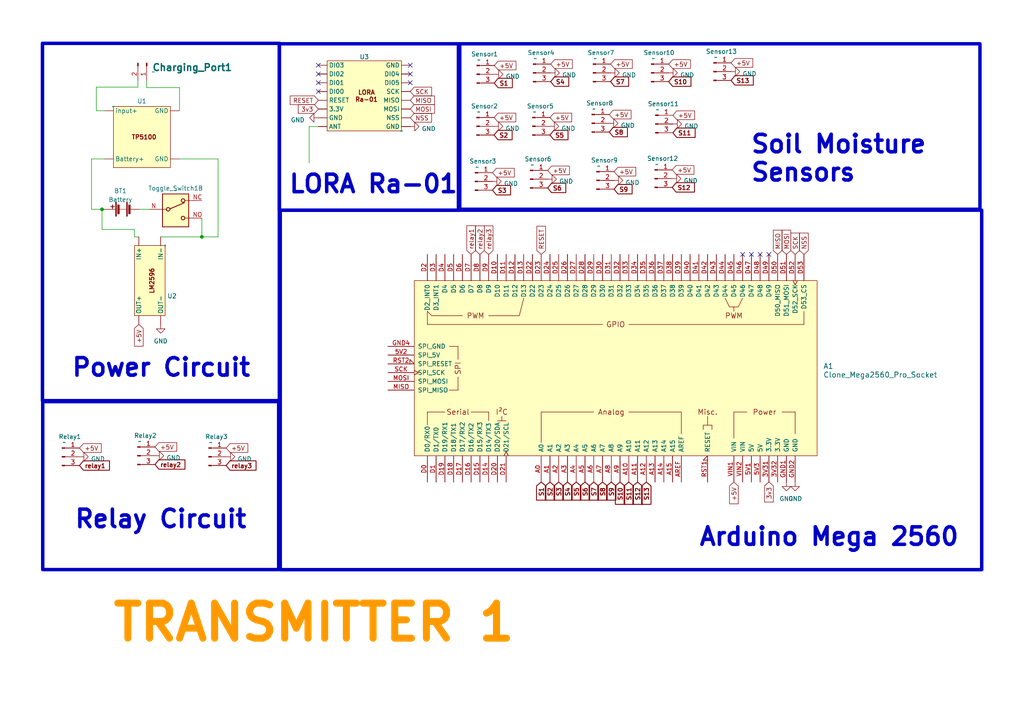
<source format=kicad_sch>
(kicad_sch (version 20230121) (generator eeschema)
  (paper "A4")
  (lib_symbols
    (symbol "Connector:Conn_01x02_Pin" (pin_names (offset 1.016) hide)
      (property "Reference" "J" (at 0 2.54 0))
      (property "Value" "Conn_01x02_Pin" (at 0 -5.08 0))
      (symbol "Conn_01x02_Pin_1_1"
        (polyline (pts (xy 1.27 -2.54) (xy 0.8636 -2.54)) (stroke (width 0.1524)))
        (polyline (pts (xy 1.27 0) (xy 0.8636 0)) (stroke (width 0.1524)))
        (rectangle (start 0.8636 -2.413) (end 0 -2.667) (stroke (width 0.1524)) (fill (type outline)))
        (rectangle (start 0.8636 0.127) (end 0 -0.127) (stroke (width 0.1524)) (fill (type outline)))
        (pin passive line (at 5.08 0 180) (length 3.81) (name "Pin_1") (number "1"))
        (pin passive line (at 5.08 -2.54 180) (length 3.81) (name "Pin_2") (number "2"))
      )
    )
    (symbol "Connector:Conn_01x03_Pin" (pin_names (offset 1.016) hide)
      (property "Reference" "J" (at 0 5.08 0))
      (property "Value" "Conn_01x03_Pin" (at 0 -5.08 0))
      (symbol "Conn_01x03_Pin_1_1"
        (polyline (pts (xy 1.27 -2.54) (xy 0.8636 -2.54)) (stroke (width 0.1524)))
        (polyline (pts (xy 1.27 0) (xy 0.8636 0)) (stroke (width 0.1524)))
        (polyline (pts (xy 1.27 2.54) (xy 0.8636 2.54)) (stroke (width 0.1524)))
        (rectangle (start 0.8636 -2.413) (end 0 -2.667) (stroke (width 0.1524)) (fill (type outline)))
        (rectangle (start 0.8636 0.127) (end 0 -0.127) (stroke (width 0.1524)) (fill (type outline)))
        (rectangle (start 0.8636 2.667) (end 0 2.413) (stroke (width 0.1524)) (fill (type outline)))
        (pin passive line (at 5.08 2.54 180) (length 3.81) (name "Pin_1") (number "1"))
        (pin passive line (at 5.08 0 180) (length 3.81) (name "Pin_2") (number "2"))
        (pin passive line (at 5.08 -2.54 180) (length 3.81) (name "Pin_3") (number "3"))
      )
    )
    (symbol "Connector_Audio:XLR3_Switched" (pin_names hide)
      (property "Reference" "J" (at 0 8.89 0))
      (property "Value" "XLR3_Switched" (at 0 6.35 0))
      (symbol "XLR3_Switched_1_1"
        (circle (center -3.556 0) (radius 1.016))
        (circle (center 0 -3.556) (radius 1.016))
        (polyline (pts (xy -5.08 0) (xy -4.572 0)))
        (polyline (pts (xy 0 -5.08) (xy 0 -4.572)))
        (polyline (pts (xy 5.08 0) (xy 4.572 0)))
        (circle (center 0 0) (radius 5.08) (fill (type background)))
        (circle (center 3.556 0) (radius 1.016))
        (text "1" (at -3.556 1.778 0) (effects (font (size 1.016 1.016) bold)))
        (text "2" (at 3.556 1.778 0) (effects (font (size 1.016 1.016) bold)))
        (text "3" (at 0 -1.778 0) (effects (font (size 1.016 1.016) bold)))
        (pin passive line (at -7.62 0 0) (length 2.54) (name "~") (number "1"))
        (pin passive line (at 7.62 0 180) (length 2.54) (name "~") (number "2"))
        (pin passive line (at 0 -7.62 90) (length 2.54) (name "~") (number "3"))
      )
      (symbol "XLR3_Switched_2_1"
        (rectangle (start -3.81 4.445) (end 3.81 -5.08) (stroke (width 0.254)) (fill (type background)))
        (circle (center -2.159 0) (radius 0.508) (stroke (width 0.254)))
        (polyline (pts (xy -5.08 0) (xy -2.794 0)))
        (polyline (pts (xy -1.651 0.127) (xy 2.54 1.905)) (stroke (width 0.254)))
        (polyline (pts (xy 5.08 -2.54) (xy 2.794 -2.54)))
        (polyline (pts (xy 5.08 2.54) (xy 2.794 2.54)))
        (circle (center 2.159 -2.54) (radius 0.508) (stroke (width 0.254)))
        (circle (center 2.159 2.54) (radius 0.508) (stroke (width 0.254)))
        (pin passive line (at -7.62 0 0) (length 2.54) (name "~") (number "N"))
        (pin passive line (at 7.62 2.54 180) (length 2.54) (name "~") (number "NC"))
        (pin passive line (at 7.62 -2.54 180) (length 2.54) (name "~") (number "NO"))
      )
    )
    (symbol "Device:Battery" (pin_numbers hide) (pin_names (offset 0) hide)
      (property "Reference" "BT" (at 2.54 2.54 0))
      (property "Value" "Battery" (at 2.54 0 0))
      (symbol "Battery_0_1"
        (rectangle (start -2.032 -1.397) (end 2.032 -1.651) (fill (type outline)))
        (rectangle (start -2.032 1.778) (end 2.032 1.524) (fill (type outline)))
        (rectangle (start -1.3208 -1.9812) (end 1.27 -2.4892) (fill (type outline)))
        (rectangle (start -1.3208 1.1938) (end 1.27 0.6858) (fill (type outline)))
        (polyline (pts (xy 0 -1.524) (xy 0 -1.27)))
        (polyline (pts (xy 0 -1.016) (xy 0 -0.762)))
        (polyline (pts (xy 0 -0.508) (xy 0 -0.254)))
        (polyline (pts (xy 0 0) (xy 0 0.254)))
        (polyline (pts (xy 0 0.508) (xy 0 0.762)))
        (polyline (pts (xy 0 1.778) (xy 0 2.54)))
        (polyline (pts (xy 0.254 2.667) (xy 1.27 2.667)) (stroke (width 0.254)))
        (polyline (pts (xy 0.762 3.175) (xy 0.762 2.159)) (stroke (width 0.254)))
      )
      (symbol "Battery_1_1"
        (pin passive line (at 0 5.08 270) (length 2.54) (name "+") (number "1"))
        (pin passive line (at 0 -5.08 90) (length 2.54) (name "-") (number "2"))
      )
    )
    (symbol "arduino-library:Clone_Mega2560_Pro_Socket" (pin_names (offset 1.016))
      (property "Reference" "A" (at 0 -62.23 0))
      (property "Value" "Clone_Mega2560_Pro_Socket" (at 0 -66.04 0))
      (symbol "Clone_Mega2560_Pro_Socket_0_0"
        (rectangle (start -25.4 -58.42) (end 25.4 58.42) (fill (type background)))
        (rectangle (start -20.32 -34.29) (end -12.7 -34.29))
        (rectangle (start -19.05 -52.07) (end -12.7 -52.07))
        (rectangle (start -19.05 -19.05) (end -12.7 -19.05))
        (rectangle (start -17.78 -27.94) (end -16.51 -27.94))
        (rectangle (start -17.78 -25.4) (end -16.51 -25.4))
        (rectangle (start -16.51 -26.67) (end -13.97 -26.67))
        (rectangle (start -16.51 -25.4) (end -16.51 -27.94))
        (rectangle (start -16.51 54.61) (end -12.7 54.61))
        (rectangle (start -15.24 33.02) (end -13.97 33.02))
        (rectangle (start -15.24 34.29) (end -15.24 31.75))
        (rectangle (start -15.24 36.83) (end -12.7 36.83))
        (rectangle (start -12.7 -48.26) (end -12.7 -52.07))
        (rectangle (start -12.7 -34.29) (end -12.7 -38.1))
        (rectangle (start -12.7 41.91) (end -12.7 36.83))
        (rectangle (start -12.7 49.53) (end -12.7 54.61))
        (rectangle (start -6.35 48.26) (end -6.35 45.72))
        (rectangle (start -2.54 45.72) (end -6.35 45.72))
        (polyline (pts (xy -21.59 21.59) (xy -12.7 21.59)))
        (polyline (pts (xy -12.7 -19.05) (xy -12.7 -3.81)))
        (polyline (pts (xy -12.7 6.35) (xy -12.7 21.59)))
        (polyline (pts (xy 12.7 -54.61) (xy 16.51 -54.61)))
        (polyline (pts (xy 12.7 54.61) (xy 16.51 54.61)))
        (polyline (pts (xy 17.78 -34.29) (xy 16.51 -34.29)))
        (polyline (pts (xy 15.24 36.83) (xy 15.24 27.94) (xy 20.32 26.67)))
        (polyline (pts (xy 15.24 44.45) (xy 15.24 53.34) (xy 16.51 54.61)))
        (polyline (pts (xy 20.32 -31.75) (xy 17.78 -33.02) (xy 17.78 -35.56) (xy 20.32 -36.83)))
        (rectangle (start 6.35 45.72) (end 2.54 45.72))
        (rectangle (start 6.35 48.26) (end 6.35 45.72))
        (text "Analog" (at -12.7 1.27 900) (effects (font (size 1.524 1.524))))
        (text "I²C" (at -12.7 33.02 900) (effects (font (size 1.524 1.524))))
        (text "Misc." (at -12.7 -26.67 900) (effects (font (size 1.524 1.524))))
        (text "Power" (at -12.7 -43.18 900) (effects (font (size 1.524 1.524))))
        (text "PWM" (at 15.24 -34.29 900) (effects (font (size 1.524 1.524))))
        (text "PWM" (at 15.24 40.64 900) (effects (font (size 1.524 1.524))))
        (text "Serial" (at -12.7 45.72 900) (effects (font (size 1.524 1.524))))
        (text "SPI" (at 0 45.72 0) (effects (font (size 1.524 1.524))))
      )
      (symbol "Clone_Mega2560_Pro_Socket_1_0"
        (rectangle (start 12.7 -54.61) (end 12.7 -3.81))
        (rectangle (start 12.7 54.61) (end 12.7 3.81))
        (text "GPIO" (at 12.7 0 900) (effects (font (size 1.524 1.524))))
      )
      (symbol "Clone_Mega2560_Pro_Socket_1_1"
        (pin power_out line (at -33.02 -44.45 0) (length 7.62) (name "3.3V") (number "3V31"))
        (pin power_out line (at -33.02 -46.99 0) (length 7.62) (name "3.3V") (number "3V32"))
        (pin power_in line (at -33.02 -39.37 0) (length 7.62) (name "5V") (number "5V1"))
        (pin power_in line (at 3.81 66.04 270) (length 7.62) (name "SPI_5V") (number "5V2"))
        (pin power_in line (at -33.02 -41.91 0) (length 7.62) (name "5V") (number "5V3"))
        (pin bidirectional line (at -33.02 21.59 0) (length 7.62) (name "A0") (number "A0"))
        (pin bidirectional line (at -33.02 19.05 0) (length 7.62) (name "A1") (number "A1"))
        (pin bidirectional line (at -33.02 -3.81 0) (length 7.62) (name "A10") (number "A10"))
        (pin bidirectional line (at -33.02 -6.35 0) (length 7.62) (name "A11") (number "A11"))
        (pin bidirectional line (at -33.02 -8.89 0) (length 7.62) (name "A12") (number "A12"))
        (pin bidirectional line (at -33.02 -11.43 0) (length 7.62) (name "A13") (number "A13"))
        (pin bidirectional line (at -33.02 -13.97 0) (length 7.62) (name "A14") (number "A14"))
        (pin bidirectional line (at -33.02 -16.51 0) (length 7.62) (name "A15") (number "A15"))
        (pin bidirectional line (at -33.02 16.51 0) (length 7.62) (name "A2") (number "A2"))
        (pin bidirectional line (at -33.02 13.97 0) (length 7.62) (name "A3") (number "A3"))
        (pin bidirectional line (at -33.02 11.43 0) (length 7.62) (name "A4") (number "A4"))
        (pin bidirectional line (at -33.02 8.89 0) (length 7.62) (name "A5") (number "A5"))
        (pin bidirectional line (at -33.02 6.35 0) (length 7.62) (name "A6") (number "A6"))
        (pin bidirectional line (at -33.02 3.81 0) (length 7.62) (name "A7") (number "A7"))
        (pin bidirectional line (at -33.02 1.27 0) (length 7.62) (name "A8") (number "A8"))
        (pin bidirectional line (at -33.02 -1.27 0) (length 7.62) (name "A9") (number "A9"))
        (pin input line (at -33.02 -19.05 0) (length 7.62) (name "AREF") (number "AREF"))
        (pin bidirectional line (at -33.02 54.61 0) (length 7.62) (name "D0/RX0") (number "D0"))
        (pin bidirectional line (at -33.02 52.07 0) (length 7.62) (name "D1/TX0") (number "D1"))
        (pin bidirectional line (at 33.02 34.29 180) (length 7.62) (name "D10") (number "D10"))
        (pin bidirectional line (at 33.02 31.75 180) (length 7.62) (name "D11") (number "D11"))
        (pin bidirectional line (at 33.02 29.21 180) (length 7.62) (name "D12") (number "D12"))
        (pin bidirectional line (at 33.02 26.67 180) (length 7.62) (name "D13") (number "D13"))
        (pin bidirectional line (at -33.02 36.83 0) (length 7.62) (name "D14/TX3") (number "D14"))
        (pin bidirectional line (at -33.02 39.37 0) (length 7.62) (name "D15/RX3") (number "D15"))
        (pin bidirectional line (at -33.02 41.91 0) (length 7.62) (name "D16/TX2") (number "D16"))
        (pin bidirectional line (at -33.02 44.45 0) (length 7.62) (name "D17/RX2") (number "D17"))
        (pin bidirectional line (at -33.02 46.99 0) (length 7.62) (name "D18/TX1") (number "D18"))
        (pin bidirectional line (at -33.02 49.53 0) (length 7.62) (name "D19/RX1") (number "D19"))
        (pin bidirectional line (at 33.02 54.61 180) (length 7.62) (name "D2_INT0") (number "D2"))
        (pin bidirectional line (at -33.02 34.29 0) (length 7.62) (name "D20/SDA") (number "D20"))
        (pin bidirectional clock (at -33.02 31.75 0) (length 7.62) (name "D21/SCL") (number "D21"))
        (pin bidirectional line (at 33.02 24.13 180) (length 7.62) (name "D22") (number "D22"))
        (pin bidirectional line (at 33.02 21.59 180) (length 7.62) (name "D23") (number "D23"))
        (pin bidirectional line (at 33.02 19.05 180) (length 7.62) (name "D24") (number "D24"))
        (pin bidirectional line (at 33.02 16.51 180) (length 7.62) (name "D25") (number "D25"))
        (pin bidirectional line (at 33.02 13.97 180) (length 7.62) (name "D26") (number "D26"))
        (pin bidirectional line (at 33.02 11.43 180) (length 7.62) (name "D27") (number "D27"))
        (pin bidirectional line (at 33.02 8.89 180) (length 7.62) (name "D28") (number "D28"))
        (pin bidirectional line (at 33.02 6.35 180) (length 7.62) (name "D29") (number "D29"))
        (pin bidirectional line (at 33.02 52.07 180) (length 7.62) (name "D3_INT1") (number "D3"))
        (pin bidirectional line (at 33.02 3.81 180) (length 7.62) (name "D30") (number "D30"))
        (pin bidirectional line (at 33.02 1.27 180) (length 7.62) (name "D31") (number "D31"))
        (pin bidirectional line (at 33.02 -1.27 180) (length 7.62) (name "D32") (number "D32"))
        (pin bidirectional line (at 33.02 -3.81 180) (length 7.62) (name "D33") (number "D33"))
        (pin bidirectional line (at 33.02 -6.35 180) (length 7.62) (name "D34") (number "D34"))
        (pin bidirectional line (at 33.02 -8.89 180) (length 7.62) (name "D35") (number "D35"))
        (pin bidirectional line (at 33.02 -11.43 180) (length 7.62) (name "D36") (number "D36"))
        (pin bidirectional line (at 33.02 -13.97 180) (length 7.62) (name "D37") (number "D37"))
        (pin bidirectional line (at 33.02 -16.51 180) (length 7.62) (name "D38") (number "D38"))
        (pin bidirectional line (at 33.02 -19.05 180) (length 7.62) (name "D39") (number "D39"))
        (pin bidirectional line (at 33.02 49.53 180) (length 7.62) (name "D4") (number "D4"))
        (pin bidirectional line (at 33.02 -21.59 180) (length 7.62) (name "D40") (number "D40"))
        (pin bidirectional line (at 33.02 -24.13 180) (length 7.62) (name "D41") (number "D41"))
        (pin bidirectional line (at 33.02 -26.67 180) (length 7.62) (name "D42") (number "D42"))
        (pin bidirectional line (at 33.02 -29.21 180) (length 7.62) (name "D43") (number "D43"))
        (pin bidirectional line (at 33.02 -31.75 180) (length 7.62) (name "D44") (number "D44"))
        (pin bidirectional line (at 33.02 -34.29 180) (length 7.62) (name "D45") (number "D45"))
        (pin bidirectional line (at 33.02 -36.83 180) (length 7.62) (name "D46") (number "D46"))
        (pin bidirectional line (at 33.02 -39.37 180) (length 7.62) (name "D47") (number "D47"))
        (pin bidirectional line (at 33.02 -41.91 180) (length 7.62) (name "D48") (number "D48"))
        (pin bidirectional line (at 33.02 -44.45 180) (length 7.62) (name "D49") (number "D49"))
        (pin bidirectional line (at 33.02 46.99 180) (length 7.62) (name "D5") (number "D5"))
        (pin bidirectional line (at 33.02 -46.99 180) (length 7.62) (name "D50_MISO") (number "D50"))
        (pin bidirectional line (at 33.02 -49.53 180) (length 7.62) (name "D51_MOSI") (number "D51"))
        (pin bidirectional clock (at 33.02 -52.07 180) (length 7.62) (name "D52_SCK") (number "D52"))
        (pin bidirectional line (at 33.02 -54.61 180) (length 7.62) (name "D53_CS") (number "D53"))
        (pin bidirectional line (at 33.02 44.45 180) (length 7.62) (name "D6") (number "D6"))
        (pin bidirectional line (at 33.02 41.91 180) (length 7.62) (name "D7") (number "D7"))
        (pin bidirectional line (at 33.02 39.37 180) (length 7.62) (name "D8") (number "D8"))
        (pin bidirectional line (at 33.02 36.83 180) (length 7.62) (name "D9") (number "D9"))
        (pin power_in line (at -33.02 -49.53 0) (length 7.62) (name "GND") (number "GND1"))
        (pin power_in line (at -33.02 -52.07 0) (length 7.62) (name "GND") (number "GND2"))
        (pin power_in line (at 6.35 66.04 270) (length 7.62) (name "SPI_GND") (number "GND4"))
        (pin input line (at -6.35 66.04 270) (length 7.62) (name "SPI_MISO") (number "MISO"))
        (pin output line (at -3.81 66.04 270) (length 7.62) (name "SPI_MOSI") (number "MOSI"))
        (pin open_collector input_low (at -33.02 -26.67 0) (length 7.62) (name "RESET") (number "RST1"))
        (pin open_collector input_low (at 1.27 66.04 270) (length 7.62) (name "SPI_RESET") (number "RST2"))
        (pin output clock (at -1.27 66.04 270) (length 7.62) (name "SPI_SCK") (number "SCK"))
        (pin power_in line (at -33.02 -34.29 0) (length 7.62) (name "VIN") (number "VIN1"))
        (pin power_in line (at -33.02 -36.83 0) (length 7.62) (name "VIN") (number "VIN2"))
      )
    )
    (symbol "buck_converter1:lm2596"
      (property "Reference" "U" (at 0 0 0))
      (symbol "lm2596_1_1"
        (rectangle (start 0 0) (end 20.32 -8.89) (fill (type background)))
        (text "LM2596" (at 10.16 -3.81 0) (effects (font (size 1.27 1.27) bold)))
        (pin input line (at -2.54 -7.62 0) (length 2.54) (name "IN+") (number ""))
        (pin input line (at -2.54 -1.27 0) (length 2.54) (name "IN-") (number ""))
        (pin input line (at 22.86 -7.62 180) (length 2.54) (name "OUT+") (number ""))
        (pin input line (at 22.86 -1.27 180) (length 2.54) (name "OUT-") (number ""))
      )
    )
    (symbol "li-ion_charger_module:2_cell_charger"
      (property "Reference" "U" (at 0 0 0))
      (symbol "2_cell_charger_1_1"
        (rectangle (start 0 0) (end 16.51 -17.78) (fill (type background)))
        (text "TP5100" (at 8.89 -8.89 0) (effects (font (size 1.27 1.27) bold)))
        (pin input line (at -2.54 -15.24 0) (length 2.54) (name "Battery+") (number ""))
        (pin input line (at 19.05 -15.24 180) (length 2.54) (name "GND") (number ""))
        (pin input line (at 19.05 -1.27 180) (length 2.54) (name "GND") (number ""))
        (pin input line (at -2.54 -1.27 0) (length 2.54) (name "input+") (number ""))
      )
    )
    (symbol "lora_ra01:lora_ra01"
      (property "Reference" "U" (at 0 0 0))
      (symbol "lora_ra01_1_1"
        (rectangle (start 0 0) (end 21.59 -20.32) (fill (type background)))
        (text "LORA\nRa-01" (at 10.16 -10.16 0) (effects (font (size 1.27 1.27) bold)))
        (pin input line (at 24.13 -6.35 180) (length 2.54) (name "3.3V") (number ""))
        (pin input line (at 24.13 -1.27 180) (length 2.54) (name "ANT") (number ""))
        (pin input line (at 24.13 -11.43 180) (length 2.54) (name "DI00") (number ""))
        (pin input line (at 24.13 -13.97 180) (length 2.54) (name "DI01") (number ""))
        (pin input line (at 24.13 -16.51 180) (length 2.54) (name "DI02") (number ""))
        (pin input line (at 24.13 -19.05 180) (length 2.54) (name "DI03") (number ""))
        (pin input line (at -2.54 -16.51 0) (length 2.54) (name "DI04") (number ""))
        (pin input line (at -2.54 -13.97 0) (length 2.54) (name "DI05") (number ""))
        (pin input line (at -2.54 -19.05 0) (length 2.54) (name "GND") (number ""))
        (pin input line (at -2.54 -1.27 0) (length 2.54) (name "GND") (number ""))
        (pin input line (at 24.13 -3.81 180) (length 2.54) (name "GND") (number ""))
        (pin input line (at -2.54 -8.89 0) (length 2.54) (name "MISO") (number ""))
        (pin input line (at -2.54 -6.35 0) (length 2.54) (name "MOSI") (number ""))
        (pin input line (at -2.54 -3.81 0) (length 2.54) (name "NSS") (number ""))
        (pin input line (at 24.13 -8.89 180) (length 2.54) (name "RESET") (number ""))
        (pin input line (at -2.54 -11.43 0) (length 2.54) (name "SCK") (number ""))
      )
    )
    (symbol "power:GND" (power) (pin_names (offset 0))
      (property "Value" "GND" (at 0 -3.81 0))
      (symbol "GND_0_1"
        (polyline (pts (xy 0 0) (xy 0 -1.27) (xy 1.27 -1.27) (xy 0 -2.54) (xy -1.27 -1.27) (xy 0 -1.27)))
      )
      (symbol "GND_1_1"
        (pin power_in line (at 0 0 270) (length 0) hide (name "GND") (number "1"))
      )
    )
  )
  (junction (at 29.591 60.706))
  (junction (at 58.547 68.707))
  (no_connect (at 215.392 73.787))
  (no_connect (at 92.329 24.003))
  (no_connect (at 220.472 73.787))
  (no_connect (at 92.329 21.463))
  (no_connect (at 118.999 18.923))
  (no_connect (at 223.012 73.787))
  (no_connect (at 118.999 21.463))
  (no_connect (at 92.329 18.923))
  (no_connect (at 217.932 73.787))
  (no_connect (at 118.999 24.003))
  (no_connect (at 92.329 26.543))
  (wire (pts (xy 27.94 32.131) (xy 27.94 25.273)))
  (wire (pts (xy 63.246 46.101) (xy 63.246 68.707)))
  (wire (pts (xy 26.543 46.101) (xy 30.353 46.101)))
  (wire (pts (xy 42.545 25.4) (xy 52.07 25.4)))
  (wire (pts (xy 30.353 32.131) (xy 27.94 32.131)))
  (wire (pts (xy 58.547 68.707) (xy 63.246 68.707)))
  (wire (pts (xy 52.07 32.131) (xy 51.943 32.131)))
  (wire (pts (xy 51.943 46.101) (xy 63.246 46.101)))
  (wire (pts (xy 38.989 68.707) (xy 38.989 66.548)))
  (wire (pts (xy 29.591 66.548) (xy 29.591 60.706)))
  (wire (pts (xy 40.005 25.273) (xy 40.005 23.368)))
  (wire (pts (xy 27.94 25.273) (xy 40.005 25.273)))
  (wire (pts (xy 52.07 25.4) (xy 52.07 32.131)))
  (wire (pts (xy 30.226 60.706) (xy 29.591 60.706)))
  (wire (pts (xy 89.662 36.703) (xy 92.329 36.703)))
  (wire (pts (xy 42.545 23.368) (xy 42.545 25.4)))
  (wire (pts (xy 89.662 36.703) (xy 89.662 47.244)))
  (wire (pts (xy 26.543 60.706) (xy 26.543 46.101)))
  (wire (pts (xy 58.547 68.707) (xy 58.547 63.246)))
  (wire (pts (xy 29.591 60.706) (xy 26.543 60.706)))
  (wire (pts (xy 46.609 68.707) (xy 58.547 68.707)))
  (wire (pts (xy 38.989 68.707) (xy 40.259 68.707)))
  (wire (pts (xy 38.989 66.548) (xy 29.591 66.548)))
  (wire (pts (xy 40.386 60.706) (xy 43.307 60.706)))
  (rectangle (start 12.3952 116.4844) (end 80.8228 165.2016) (stroke (width 1)))
  (rectangle (start 133.35 12.7) (end 284.226 60.706) (stroke (width 1)))
  (rectangle (start 12.319 12.573) (end 81.026 116.205) (stroke (width 1) (color 0 0 194 1)))
  (rectangle (start 81.026 12.7) (end 132.969 60.96) (stroke (width 1)))
  (rectangle (start 81.28 60.96) (end 284.734 165.227) (stroke (width 1)))
  (text "Arduino Mega 2560" (at 202.438 158.8008 0) (effects (font (size 5.08 5.08) bold) (justify left bottom)))
  (text "Relay Circuit" (at 21.2852 153.67 0) (effects (font (size 5.08 5.08) bold) (justify left bottom)))
  (text "LORA Ra-01\n" (at 83.439 56.515 0) (effects (font (size 5.08 5.08) bold) (justify left bottom)))
  (text "Power Circuit" (at 20.447 109.728 0) (effects (font (size 5.08 5.08) bold) (justify left bottom)))
  (text "TRANSMITTER 1" (at 31.877 186.69 0) (effects (font (size 10.16 10.16) bold) (justify left bottom)))
  (text "Soil Moisture \nSensors\n" (at 217.424 53.1368 0) (effects (font (size 5.08 5.08) bold) (justify left bottom)))
  (global_label "S11" (shape input) (at 182.372 139.827 270) (effects (font (thickness 0.254) bold)) (property "Intersheetrefs" "${INTERSHEET_REFS}" (effects hide)))
  (global_label "S4" (shape input) (at 164.592 139.827 270) (effects (font (thickness 0.254) bold)) (property "Intersheetrefs" "${INTERSHEET_REFS}" (effects hide)))
  (global_label "relay2" (shape input) (at 139.192 73.8124 90) (property "Intersheetrefs" "${INTERSHEET_REFS}" (effects hide)))
  (global_label "S9" (shape input) (at 178.1048 54.864 0) (effects (font (thickness 0.254) bold)) (property "Intersheetrefs" "${INTERSHEET_REFS}" (effects hide)))
  (global_label "+5V" (shape input) (at 143.3576 18.9992 0) (property "Intersheetrefs" "${INTERSHEET_REFS}" (effects hide)))
  (global_label "relay2" (shape input) (at 44.958 134.7216 0) (effects (font (thickness 0.254) bold)) (property "Intersheetrefs" "${INTERSHEET_REFS}" (effects hide)))
  (global_label "S12" (shape input) (at 184.912 139.827 270) (effects (font (thickness 0.254) bold)) (property "Intersheetrefs" "${INTERSHEET_REFS}" (effects hide)))
  (global_label "RESET" (shape input) (at 92.329 29.083 180) (property "Intersheetrefs" "${INTERSHEET_REFS}" (effects hide)))
  (global_label "MOSI" (shape input) (at 228.092 73.787 90) (property "Intersheetrefs" "${INTERSHEET_REFS}" (effects hide)))
  (global_label "+5V" (shape input) (at 23.0632 129.9464 0) (property "Intersheetrefs" "${INTERSHEET_REFS}" (effects hide)))
  (global_label "S11" (shape input) (at 195.1736 38.5064 0) (effects (font (thickness 0.254) bold)) (property "Intersheetrefs" "${INTERSHEET_REFS}" (effects hide)))
  (global_label "S3" (shape input) (at 162.052 139.827 270) (effects (font (thickness 0.254) bold)) (property "Intersheetrefs" "${INTERSHEET_REFS}" (effects hide)))
  (global_label "NSS" (shape input) (at 118.999 34.163 0) (property "Intersheetrefs" "${INTERSHEET_REFS}" (effects hide)))
  (global_label "SCK" (shape input) (at 230.632 73.787 90) (property "Intersheetrefs" "${INTERSHEET_REFS}" (effects hide)))
  (global_label "S1" (shape input) (at 143.3576 24.0792 0) (effects (font (thickness 0.254) bold)) (property "Intersheetrefs" "${INTERSHEET_REFS}" (effects hide)))
  (global_label "S13" (shape input) (at 212.0392 23.3172 0) (effects (font (thickness 0.254) bold)) (property "Intersheetrefs" "${INTERSHEET_REFS}" (effects hide)))
  (global_label "+5V" (shape input) (at 44.958 129.6416 0) (property "Intersheetrefs" "${INTERSHEET_REFS}" (effects hide)))
  (global_label "S10" (shape input) (at 179.832 139.827 270) (effects (font (thickness 0.254) bold)) (property "Intersheetrefs" "${INTERSHEET_REFS}" (effects hide)))
  (global_label "+5V" (shape input) (at 177.0888 18.5928 0) (property "Intersheetrefs" "${INTERSHEET_REFS}" (effects hide)))
  (global_label "SCK" (shape input) (at 118.999 26.543 0) (property "Intersheetrefs" "${INTERSHEET_REFS}" (effects hide)))
  (global_label "S2" (shape input) (at 143.3068 39.1668 0) (effects (font (thickness 0.254) bold)) (property "Intersheetrefs" "${INTERSHEET_REFS}" (effects hide)))
  (global_label "+5V" (shape input) (at 65.5828 129.9464 0) (property "Intersheetrefs" "${INTERSHEET_REFS}" (effects hide)))
  (global_label "S6" (shape input) (at 169.672 139.827 270) (effects (font (thickness 0.254) bold)) (property "Intersheetrefs" "${INTERSHEET_REFS}" (effects hide)))
  (global_label "S4" (shape input) (at 159.7152 23.6728 0) (effects (font (thickness 0.254) bold)) (property "Intersheetrefs" "${INTERSHEET_REFS}" (effects hide)))
  (global_label "+5V" (shape input) (at 40.259 94.107 270) (property "Intersheetrefs" "${INTERSHEET_REFS}" (effects hide)))
  (global_label "S5" (shape input) (at 167.132 139.827 270) (effects (font (thickness 0.254) bold)) (property "Intersheetrefs" "${INTERSHEET_REFS}" (effects hide)))
  (global_label "relay3" (shape input) (at 141.732 73.8124 90) (property "Intersheetrefs" "${INTERSHEET_REFS}" (effects hide)))
  (global_label "+5V" (shape input) (at 159.7152 18.5928 0) (property "Intersheetrefs" "${INTERSHEET_REFS}" (effects hide)))
  (global_label "RESET" (shape input) (at 156.972 73.787 90) (property "Intersheetrefs" "${INTERSHEET_REFS}" (effects hide)))
  (global_label "3v3" (shape input) (at 223.012 139.8016 270) (property "Intersheetrefs" "${INTERSHEET_REFS}" (effects hide)))
  (global_label "+5V" (shape input) (at 194.9704 49.276 0) (property "Intersheetrefs" "${INTERSHEET_REFS}" (effects hide)))
  (global_label "S13" (shape input) (at 187.452 139.827 270) (effects (font (thickness 0.254) bold)) (property "Intersheetrefs" "${INTERSHEET_REFS}" (effects hide)))
  (global_label "+5V" (shape input) (at 143.3068 34.0868 0) (property "Intersheetrefs" "${INTERSHEET_REFS}" (effects hide)))
  (global_label "+5V" (shape input) (at 212.0392 18.2372 0) (property "Intersheetrefs" "${INTERSHEET_REFS}" (effects hide)))
  (global_label "+5V" (shape input) (at 212.852 139.827 270) (property "Intersheetrefs" "${INTERSHEET_REFS}" (effects hide)))
  (global_label "S9" (shape input) (at 177.292 139.827 270) (effects (font (thickness 0.254) bold)) (property "Intersheetrefs" "${INTERSHEET_REFS}" (effects hide)))
  (global_label "+5V" (shape input) (at 176.7332 33.2232 0) (property "Intersheetrefs" "${INTERSHEET_REFS}" (effects hide)))
  (global_label "+5V" (shape input) (at 142.8496 50.0888 0) (property "Intersheetrefs" "${INTERSHEET_REFS}" (effects hide)))
  (global_label "+5V" (shape input) (at 178.1048 49.784 0) (property "Intersheetrefs" "${INTERSHEET_REFS}" (effects hide)))
  (global_label "MISO" (shape input) (at 118.999 29.083 0) (property "Intersheetrefs" "${INTERSHEET_REFS}" (effects hide)))
  (global_label "+5V" (shape input) (at 158.8516 49.4284 0) (property "Intersheetrefs" "${INTERSHEET_REFS}" (effects hide)))
  (global_label "3v3" (shape input) (at 92.329 31.623 180) (property "Intersheetrefs" "${INTERSHEET_REFS}" (effects hide)))
  (global_label "S1" (shape input) (at 156.972 139.827 270) (effects (font (thickness 0.254) bold)) (property "Intersheetrefs" "${INTERSHEET_REFS}" (effects hide)))
  (global_label "S8" (shape input) (at 174.752 139.827 270) (effects (font (thickness 0.254) bold)) (property "Intersheetrefs" "${INTERSHEET_REFS}" (effects hide)))
  (global_label "S8" (shape input) (at 176.7332 38.3032 0) (effects (font (thickness 0.254) bold)) (property "Intersheetrefs" "${INTERSHEET_REFS}" (effects hide)))
  (global_label "relay3" (shape input) (at 65.5828 135.0264 0) (effects (font (thickness 0.254) bold)) (property "Intersheetrefs" "${INTERSHEET_REFS}" (effects hide)))
  (global_label "S7" (shape input) (at 172.212 139.827 270) (effects (font (thickness 0.254) bold)) (property "Intersheetrefs" "${INTERSHEET_REFS}" (effects hide)))
  (global_label "S5" (shape input) (at 159.512 39.1668 0) (effects (font (thickness 0.254) bold)) (property "Intersheetrefs" "${INTERSHEET_REFS}" (effects hide)))
  (global_label "S2" (shape input) (at 159.512 139.827 270) (effects (font (thickness 0.254) bold)) (property "Intersheetrefs" "${INTERSHEET_REFS}" (effects hide)))
  (global_label "S10" (shape input) (at 193.9544 23.6728 0) (effects (font (thickness 0.254) bold)) (property "Intersheetrefs" "${INTERSHEET_REFS}" (effects hide)))
  (global_label "S6" (shape input) (at 158.8516 54.5084 0) (effects (font (thickness 0.254) bold)) (property "Intersheetrefs" "${INTERSHEET_REFS}" (effects hide)))
  (global_label "NSS" (shape input) (at 233.172 73.787 90) (property "Intersheetrefs" "${INTERSHEET_REFS}" (effects hide)))
  (global_label "relay1" (shape input) (at 136.652 73.7616 90) (property "Intersheetrefs" "${INTERSHEET_REFS}" (effects hide)))
  (global_label "S7" (shape input) (at 177.0888 23.6728 0) (effects (font (thickness 0.254) bold)) (property "Intersheetrefs" "${INTERSHEET_REFS}" (effects hide)))
  (global_label "S12" (shape input) (at 194.9704 54.356 0) (effects (font (thickness 0.254) bold)) (property "Intersheetrefs" "${INTERSHEET_REFS}" (effects hide)))
  (global_label "+5V" (shape input) (at 159.512 34.0868 0) (property "Intersheetrefs" "${INTERSHEET_REFS}" (effects hide)))
  (global_label "S3" (shape input) (at 142.8496 55.1688 0) (effects (font (thickness 0.254) bold)) (property "Intersheetrefs" "${INTERSHEET_REFS}" (effects hide)))
  (global_label "MOSI" (shape input) (at 118.999 31.623 0) (property "Intersheetrefs" "${INTERSHEET_REFS}" (effects hide)))
  (global_label "MISO" (shape input) (at 225.552 73.787 90) (property "Intersheetrefs" "${INTERSHEET_REFS}" (effects hide)))
  (global_label "+5V" (shape input) (at 193.9544 18.5928 0) (property "Intersheetrefs" "${INTERSHEET_REFS}" (effects hide)))
  (global_label "relay1" (shape input) (at 23.0632 135.0264 0) (effects (font (thickness 0.254) bold)) (property "Intersheetrefs" "${INTERSHEET_REFS}" (effects hide)))
  (global_label "+5V" (shape input) (at 195.1736 33.4264 0) (property "Intersheetrefs" "${INTERSHEET_REFS}" (effects hide)))
  (symbol (lib_id "power:GND") (at 142.8496 52.6288 90) (unit 1)
    (property "Reference" "#PWR08" (effects hide))
    (property "Value" "GND" (at 146.1516 53.2638 90) (effects (justify right)))
  )
  (symbol (lib_id "power:GND") (at 158.8516 51.9684 90) (unit 1)
    (property "Reference" "#PWR011" (effects hide))
    (property "Value" "GND" (at 162.1536 52.6034 90) (effects (justify right)))
  )
  (symbol (lib_id "power:GND") (at 143.3068 36.6268 90) (unit 1)
    (property "Reference" "#PWR07" (effects hide))
    (property "Value" "GND" (at 146.6088 37.2618 90) (effects (justify right)))
  )
  (symbol (lib_id "Connector:Conn_01x03_Pin") (at 173.0248 52.324 0) (unit 1)
    (property "Reference" "Sensor9" (at 175.3108 46.482 0))
    (property "Value" "~" (at 173.6598 48.1584 0))
  )
  (symbol (lib_id "power:GND") (at 46.609 94.107 0) (unit 1)
    (property "Reference" "#PWR01" (effects hide))
    (property "Value" "GND" (at 46.609 98.933 0))
  )
  (symbol (lib_id "power:GND") (at 143.3576 21.5392 90) (unit 1)
    (property "Reference" "#PWR06" (effects hide))
    (property "Value" "GND" (at 146.6596 22.1742 90) (effects (justify right)))
  )
  (symbol (lib_id "Connector:Conn_01x03_Pin") (at 39.878 132.1816 0) (unit 1)
    (property "Reference" "Relay2" (at 42.164 126.3396 0))
    (property "Value" "~" (at 40.513 128.016 0))
  )
  (symbol (lib_id "Connector:Conn_01x03_Pin") (at 138.2268 36.6268 0) (unit 1)
    (property "Reference" "Sensor2" (at 140.5128 30.7848 0))
    (property "Value" "~" (at 138.8618 32.4612 0))
  )
  (symbol (lib_id "Connector:Conn_01x03_Pin") (at 138.2776 21.5392 0) (unit 1)
    (property "Reference" "Sensor1" (at 140.5636 15.6972 0))
    (property "Value" "~" (at 138.9126 17.3736 0))
  )
  (symbol (lib_id "power:GND") (at 194.9704 51.816 90) (unit 1)
    (property "Reference" "#PWR017" (effects hide))
    (property "Value" "GND" (at 198.2724 52.451 90) (effects (justify right)))
  )
  (symbol (lib_id "Connector:Conn_01x03_Pin") (at 60.5028 132.4864 0) (unit 1)
    (property "Reference" "Relay3" (at 62.7888 126.6444 0))
    (property "Value" "~" (at 61.1378 128.3208 0))
  )
  (symbol (lib_id "power:GND") (at 177.0888 21.1328 90) (unit 1)
    (property "Reference" "#PWR012" (effects hide))
    (property "Value" "GND" (at 180.3908 21.7678 90) (effects (justify right)))
  )
  (symbol (lib_id "power:GND") (at 92.329 34.163 270) (unit 1)
    (property "Reference" "#PWR02" (effects hide))
    (property "Value" "GND" (at 88.392 34.798 90) (effects (justify right)))
  )
  (symbol (lib_id "Connector:Conn_01x03_Pin") (at 154.6352 21.1328 0) (unit 1)
    (property "Reference" "Sensor4" (at 156.9212 15.2908 0))
    (property "Value" "~" (at 155.2702 16.9672 0))
  )
  (symbol (lib_id "power:GND") (at 159.7152 21.1328 90) (unit 1)
    (property "Reference" "#PWR09" (effects hide))
    (property "Value" "GND" (at 163.0172 21.7678 90) (effects (justify right)))
  )
  (symbol (lib_id "power:GND") (at 118.999 36.703 90) (unit 1)
    (property "Reference" "#PWR05" (effects hide))
    (property "Value" "GND" (at 122.301 37.338 90) (effects (justify right)))
  )
  (symbol (lib_id "power:GND") (at 23.0632 132.4864 90) (unit 1)
    (property "Reference" "#PWR019" (effects hide))
    (property "Value" "GND" (at 26.3652 133.1214 90) (effects (justify right)))
  )
  (symbol (lib_id "power:GND") (at 230.632 139.827 0) (unit 1)
    (property "Reference" "#PWR04" (effects hide))
    (property "Value" "GND" (at 230.632 144.653 0))
  )
  (symbol (lib_id "power:GND") (at 195.1736 35.9664 90) (unit 1)
    (property "Reference" "#PWR016" (effects hide))
    (property "Value" "GND" (at 198.4756 36.6014 90) (effects (justify right)))
  )
  (symbol (lib_id "arduino-library:Clone_Mega2560_Pro_Socket") (at 178.562 106.807 90) (unit 1)
    (property "Reference" "A1" (at 238.76 106.172 90) (effects (font (size 1.524 1.524)) (justify right)))
    (property "Value" "Clone_Mega2560_Pro_Socket" (at 238.76 108.712 90) (effects (font (size 1.524 1.524)) (justify right)))
    (property "Footprint" "PCM_arduino-library:Clone_Mega2560_Pro_Socket" (effects hide))
    (property "Datasheet" "https://www.pcboard.ca/mega-2560-pro" (effects hide))
  )
  (symbol (lib_id "power:GND") (at 228.092 139.827 0) (unit 1)
    (property "Reference" "#PWR03" (effects hide))
    (property "Value" "GND" (at 228.092 144.653 0))
  )
  (symbol (lib_id "power:GND") (at 212.0392 20.7772 90) (unit 1)
    (property "Reference" "#PWR018" (effects hide))
    (property "Value" "GND" (at 215.3412 21.4122 90) (effects (justify right)))
  )
  (symbol (lib_id "Connector:Conn_01x03_Pin") (at 189.8904 51.816 0) (unit 1)
    (property "Reference" "Sensor12" (at 192.1764 45.974 0))
    (property "Value" "~" (at 190.5254 47.6504 0))
  )
  (symbol (lib_id "power:GND") (at 193.9544 21.1328 90) (unit 1)
    (property "Reference" "#PWR015" (effects hide))
    (property "Value" "GND" (at 197.2564 21.7678 90) (effects (justify right)))
  )
  (symbol (lib_id "power:GND") (at 178.1048 52.324 90) (unit 1)
    (property "Reference" "#PWR014" (effects hide))
    (property "Value" "GND" (at 181.4068 52.959 90) (effects (justify right)))
  )
  (symbol (lib_id "Connector:Conn_01x03_Pin") (at 171.6532 35.7632 0) (unit 1)
    (property "Reference" "Sensor8" (at 173.9392 29.9212 0))
    (property "Value" "~" (at 172.2882 31.5976 0))
  )
  (symbol (lib_id "Connector:Conn_01x03_Pin") (at 190.0936 35.9664 0) (unit 1)
    (property "Reference" "Sensor11" (at 192.3796 30.1244 0))
    (property "Value" "~" (at 190.7286 31.8008 0))
  )
  (symbol (lib_id "Connector:Conn_01x03_Pin") (at 17.9832 132.4864 0) (unit 1)
    (property "Reference" "Relay1" (at 20.2692 126.6444 0))
    (property "Value" "~" (at 18.6182 128.3208 0))
  )
  (symbol (lib_id "buck_converter1:lm2596") (at 47.879 71.247 270) (unit 1)
    (property "Reference" "U2" (at 48.514 85.852 90) (effects (justify left)))
    (property "Value" "~" (at 47.879 71.247 0))
  )
  (symbol (lib_id "Connector:Conn_01x03_Pin") (at 137.7696 52.6288 0) (unit 1)
    (property "Reference" "Sensor3" (at 140.0556 46.7868 0))
    (property "Value" "~" (at 138.4046 48.4632 0))
  )
  (symbol (lib_id "Connector:Conn_01x02_Pin") (at 42.545 18.288 270) (unit 1)
    (property "Reference" "Charging_Port1" (at 43.942 19.558 90) (effects (font (size 2 2) bold) (justify left)))
    (property "Value" "~" (at 43.942 20.828 90) (effects (justify left)))
  )
  (symbol (lib_id "power:GND") (at 65.5828 132.4864 90) (unit 1)
    (property "Reference" "#PWR020" (effects hide))
    (property "Value" "GND" (at 68.8848 133.1214 90) (effects (justify right)))
  )
  (symbol (lib_id "Connector:Conn_01x03_Pin") (at 172.0088 21.1328 0) (unit 1)
    (property "Reference" "Sensor7" (at 174.2948 15.2908 0))
    (property "Value" "~" (at 172.6438 16.9672 0))
  )
  (symbol (lib_id "power:GND") (at 176.7332 35.7632 90) (unit 1)
    (property "Reference" "#PWR013" (effects hide))
    (property "Value" "GND" (at 180.0352 36.3982 90) (effects (justify right)))
  )
  (symbol (lib_id "power:GND") (at 159.512 36.6268 90) (unit 1)
    (property "Reference" "#PWR010" (effects hide))
    (property "Value" "GND" (at 162.814 37.2618 90) (effects (justify right)))
  )
  (symbol (lib_id "lora_ra01:lora_ra01") (at 116.459 37.973 180) (unit 1)
    (property "Reference" "U3" (at 105.664 16.51 0))
    (property "Value" "~" (at 116.459 37.973 0))
  )
  (symbol (lib_id "Connector:Conn_01x03_Pin") (at 154.432 36.6268 0) (unit 1)
    (property "Reference" "Sensor5" (at 156.718 30.7848 0))
    (property "Value" "~" (at 155.067 32.4612 0))
  )
  (symbol (lib_id "li-ion_charger_module:2_cell_charger") (at 32.893 30.861 0) (unit 1)
    (property "Reference" "U1" (at 41.148 29.337 0))
    (property "Value" "~" (at 32.893 30.861 0))
  )
  (symbol (lib_id "Connector:Conn_01x03_Pin") (at 153.7716 51.9684 0) (unit 1)
    (property "Reference" "Sensor6" (at 156.0576 46.1264 0))
    (property "Value" "~" (at 154.4066 47.8028 0))
  )
  (symbol (lib_id "power:GND") (at 44.958 132.1816 90) (unit 1)
    (property "Reference" "#PWR021" (effects hide))
    (property "Value" "GND" (at 48.26 132.8166 90) (effects (justify right)))
  )
  (symbol (lib_id "Connector:Conn_01x03_Pin") (at 206.9592 20.7772 0) (unit 1)
    (property "Reference" "Sensor13" (at 209.2452 14.9352 0))
    (property "Value" "~" (at 207.5942 16.6116 0))
  )
  (symbol (lib_id "Connector_Audio:XLR3_Switched") (at 50.927 60.706 0) (unit 2)
    (property "Reference" "Toggle_Switch1" (at 50.927 54.61 0))
    (property "Value" "~" (at 50.927 55.245 0))
    (property "Datasheet" " ~" (effects hide))
  )
  (symbol (lib_id "Connector:Conn_01x03_Pin") (at 188.8744 21.1328 0) (unit 1)
    (property "Reference" "Sensor10" (at 191.1604 15.2908 0))
    (property "Value" "~" (at 189.5094 16.9672 0))
  )
  (symbol (lib_id "Device:Battery") (at 35.306 60.706 90) (unit 1)
    (property "Reference" "BT1" (at 34.925 55.372 90))
    (property "Value" "Battery" (at 34.925 57.912 90))
  )
)
</source>
